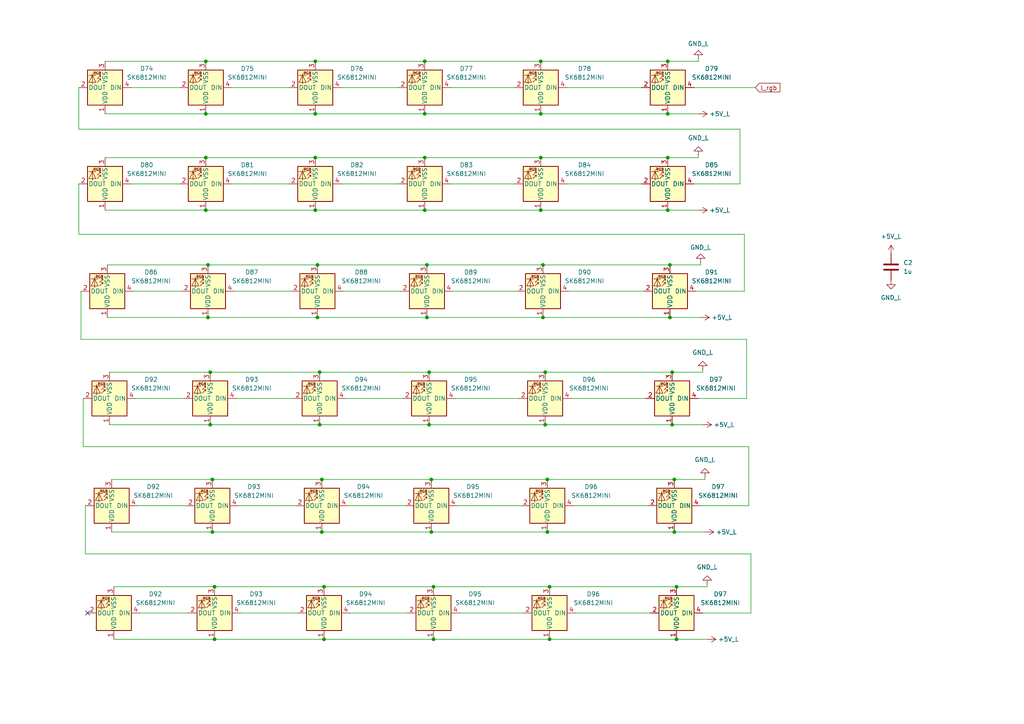
<source format=kicad_sch>
(kicad_sch (version 20230121) (generator eeschema)
  (paper "A4")
  (lib_symbols
    (symbol "Aidans-Custom-Lib:+5V_L" (power) (pin_names (offset 0))
      (property "Value" "+5V_L" (at 0 3.556 0))
      (symbol "+5V_L_0_1"
        (polyline (pts (xy -0.762 1.27) (xy 0 2.54)))
        (polyline (pts (xy 0 0) (xy 0 2.54)))
        (polyline (pts (xy 0 2.54) (xy 0.762 1.27)))
      )
      (symbol "+5V_L_1_1"
        (pin power_in line (at 0 0 90) (length 0) hide (name "+5V_L") (number "1"))
      )
    )
    (symbol "Aidans-Custom-Lib:GND_L" (power) (pin_names (offset 0))
      (property "Value" "GND_L" (at 0 -3.81 0))
      (symbol "GND_L_0_1"
        (polyline (pts (xy 0 0) (xy 0 -1.27) (xy 1.27 -1.27) (xy 0 -2.54) (xy -1.27 -1.27) (xy 0 -1.27)))
      )
      (symbol "GND_L_1_1"
        (pin power_in line (at 0 0 270) (length 0) hide (name "GND_L") (number "1"))
      )
    )
    (symbol "Aidans-Custom-Lib:SK6812MINI_FIXED" (pin_names (offset 0.254))
      (property "Reference" "D" (at 5.08 5.715 0))
      (property "Value" "SK6812MINI_FIXED" (at 1.27 -5.715 0))
      (symbol "SK6812MINI_FIXED_0_0"
        (text "RGB" (at 2.286 -4.191 0) (effects (font (size 0.762 0.762))))
      )
      (symbol "SK6812MINI_FIXED_0_1"
        (polyline (pts (xy 1.27 -3.556) (xy 1.778 -3.556)))
        (polyline (pts (xy 1.27 -2.54) (xy 1.778 -2.54)))
        (polyline (pts (xy 4.699 -3.556) (xy 2.667 -3.556)))
        (polyline (pts (xy 2.286 -2.54) (xy 1.27 -3.556) (xy 1.27 -3.048)))
        (polyline (pts (xy 2.286 -1.524) (xy 1.27 -2.54) (xy 1.27 -2.032)))
        (polyline (pts (xy 3.683 -1.016) (xy 3.683 -3.556) (xy 3.683 -4.064)))
        (polyline (pts (xy 4.699 -1.524) (xy 2.667 -1.524) (xy 3.683 -3.556) (xy 4.699 -1.524)))
        (rectangle (start 5.08 5.08) (end -5.08 -5.08) (stroke (width 0.254)) (fill (type background)))
      )
      (symbol "SK6812MINI_FIXED_1_1"
        (pin power_in line (at 0 7.62 270) (length 2.54) (name "VDD") (number "1"))
        (pin output line (at 7.62 0 180) (length 2.54) (name "DOUT") (number "2"))
        (pin power_in line (at 0 -7.62 90) (length 2.54) (name "VSS") (number "3"))
        (pin input line (at -7.62 0 0) (length 2.54) (name "DIN") (number "4"))
      )
    )
    (symbol "Device:C" (pin_numbers hide) (pin_names (offset 0.254))
      (property "Reference" "C" (at 0.635 2.54 0))
      (property "Value" "C" (at 0.635 -2.54 0))
      (symbol "C_0_1"
        (polyline (pts (xy -2.032 -0.762) (xy 2.032 -0.762)) (stroke (width 0.508)))
        (polyline (pts (xy -2.032 0.762) (xy 2.032 0.762)) (stroke (width 0.508)))
      )
      (symbol "C_1_1"
        (pin passive line (at 0 3.81 270) (length 2.794) (name "~") (number "1"))
        (pin passive line (at 0 -3.81 90) (length 2.794) (name "~") (number "2"))
      )
    )
  )
  (junction (at 60.325 92.075))
  (junction (at 59.69 17.78))
  (junction (at 194.31 92.075))
  (junction (at 193.675 33.02))
  (junction (at 157.48 76.835))
  (junction (at 93.98 185.42))
  (junction (at 92.075 92.075))
  (junction (at 195.58 139.065))
  (junction (at 158.75 139.065))
  (junction (at 92.075 76.835))
  (junction (at 194.31 76.835))
  (junction (at 158.75 154.305))
  (junction (at 123.19 17.78))
  (junction (at 196.215 170.18))
  (junction (at 62.23 185.42))
  (junction (at 123.19 45.72))
  (junction (at 156.845 60.96))
  (junction (at 91.44 45.72))
  (junction (at 123.825 76.835))
  (junction (at 59.69 45.72))
  (junction (at 123.19 60.96))
  (junction (at 91.44 60.96))
  (junction (at 61.595 139.065))
  (junction (at 194.945 123.19))
  (junction (at 125.095 139.065))
  (junction (at 60.96 107.95))
  (junction (at 156.845 33.02))
  (junction (at 92.71 107.95))
  (junction (at 159.385 185.42))
  (junction (at 196.215 185.42))
  (junction (at 125.73 185.42))
  (junction (at 93.345 154.305))
  (junction (at 92.71 123.19))
  (junction (at 60.325 76.835))
  (junction (at 193.675 17.78))
  (junction (at 59.69 33.02))
  (junction (at 91.44 33.02))
  (junction (at 60.96 123.19))
  (junction (at 62.23 170.18))
  (junction (at 123.19 33.02))
  (junction (at 91.44 17.78))
  (junction (at 193.675 45.72))
  (junction (at 158.115 123.19))
  (junction (at 158.115 107.95))
  (junction (at 194.945 107.95))
  (junction (at 156.845 17.78))
  (junction (at 125.73 170.18))
  (junction (at 93.98 170.18))
  (junction (at 125.095 154.305))
  (junction (at 93.345 139.065))
  (junction (at 193.675 60.96))
  (junction (at 159.385 170.18))
  (junction (at 124.46 123.19))
  (junction (at 195.58 154.305))
  (junction (at 157.48 92.075))
  (junction (at 124.46 107.95))
  (junction (at 59.69 60.96))
  (junction (at 123.825 92.075))
  (junction (at 61.595 154.305))
  (junction (at 156.845 45.72))
  (no_connect (at 25.4 177.8))
  (wire (pts (xy 32.385 154.305) (xy 61.595 154.305)))
  (wire (pts (xy 30.48 33.02) (xy 59.69 33.02)))
  (wire (pts (xy 202.565 45.085) (xy 202.565 45.72)))
  (wire (pts (xy 93.98 170.18) (xy 125.73 170.18)))
  (wire (pts (xy 157.48 92.075) (xy 194.31 92.075)))
  (wire (pts (xy 101.6 177.8) (xy 118.11 177.8)))
  (wire (pts (xy 60.325 76.835) (xy 92.075 76.835)))
  (wire (pts (xy 194.945 123.19) (xy 203.835 123.19)))
  (wire (pts (xy 30.48 45.72) (xy 59.69 45.72)))
  (wire (pts (xy 23.495 84.455) (xy 23.495 98.425)))
  (wire (pts (xy 38.735 84.455) (xy 52.705 84.455)))
  (wire (pts (xy 215.9 84.455) (xy 201.93 84.455)))
  (wire (pts (xy 24.13 115.57) (xy 24.13 129.54)))
  (wire (pts (xy 123.825 76.835) (xy 157.48 76.835)))
  (wire (pts (xy 202.565 17.145) (xy 202.565 17.78)))
  (wire (pts (xy 99.06 25.4) (xy 115.57 25.4)))
  (wire (pts (xy 214.63 37.465) (xy 214.63 53.34)))
  (wire (pts (xy 67.31 53.34) (xy 83.82 53.34)))
  (wire (pts (xy 92.71 107.95) (xy 124.46 107.95)))
  (wire (pts (xy 31.115 92.075) (xy 60.325 92.075)))
  (wire (pts (xy 193.675 60.96) (xy 202.565 60.96)))
  (wire (pts (xy 194.31 92.075) (xy 203.2 92.075)))
  (wire (pts (xy 167.005 177.8) (xy 188.595 177.8)))
  (wire (pts (xy 194.945 107.95) (xy 203.835 107.95)))
  (wire (pts (xy 123.19 60.96) (xy 156.845 60.96)))
  (wire (pts (xy 91.44 33.02) (xy 123.19 33.02)))
  (wire (pts (xy 24.765 160.655) (xy 217.805 160.655)))
  (wire (pts (xy 100.965 146.685) (xy 117.475 146.685)))
  (wire (pts (xy 195.58 154.305) (xy 204.47 154.305)))
  (wire (pts (xy 132.08 115.57) (xy 150.495 115.57)))
  (wire (pts (xy 31.75 123.19) (xy 60.96 123.19)))
  (wire (pts (xy 193.675 33.02) (xy 202.565 33.02)))
  (wire (pts (xy 123.825 92.075) (xy 157.48 92.075)))
  (wire (pts (xy 123.19 45.72) (xy 156.845 45.72)))
  (wire (pts (xy 69.215 146.685) (xy 85.725 146.685)))
  (wire (pts (xy 60.325 92.075) (xy 92.075 92.075)))
  (wire (pts (xy 40.64 177.8) (xy 54.61 177.8)))
  (wire (pts (xy 215.9 67.945) (xy 215.9 84.455)))
  (wire (pts (xy 158.75 139.065) (xy 195.58 139.065)))
  (wire (pts (xy 203.2 76.2) (xy 203.2 76.835)))
  (wire (pts (xy 216.535 98.425) (xy 216.535 115.57)))
  (wire (pts (xy 91.44 60.96) (xy 123.19 60.96)))
  (wire (pts (xy 193.675 17.78) (xy 202.565 17.78)))
  (wire (pts (xy 39.37 115.57) (xy 53.34 115.57)))
  (wire (pts (xy 156.845 33.02) (xy 193.675 33.02)))
  (wire (pts (xy 68.58 115.57) (xy 85.09 115.57)))
  (wire (pts (xy 165.1 84.455) (xy 186.69 84.455)))
  (wire (pts (xy 69.85 177.8) (xy 86.36 177.8)))
  (wire (pts (xy 22.86 25.4) (xy 22.86 37.465)))
  (wire (pts (xy 214.63 53.34) (xy 201.295 53.34)))
  (wire (pts (xy 124.46 123.19) (xy 158.115 123.19)))
  (wire (pts (xy 40.005 146.685) (xy 53.975 146.685)))
  (wire (pts (xy 38.1 53.34) (xy 52.07 53.34)))
  (wire (pts (xy 62.23 185.42) (xy 93.98 185.42)))
  (wire (pts (xy 156.845 60.96) (xy 193.675 60.96)))
  (wire (pts (xy 133.35 177.8) (xy 151.765 177.8)))
  (wire (pts (xy 100.33 115.57) (xy 116.84 115.57)))
  (wire (pts (xy 159.385 170.18) (xy 196.215 170.18)))
  (wire (pts (xy 156.845 45.72) (xy 193.675 45.72)))
  (wire (pts (xy 32.385 139.065) (xy 61.595 139.065)))
  (wire (pts (xy 164.465 25.4) (xy 186.055 25.4)))
  (wire (pts (xy 61.595 139.065) (xy 93.345 139.065)))
  (wire (pts (xy 31.115 76.835) (xy 60.325 76.835)))
  (wire (pts (xy 157.48 76.835) (xy 194.31 76.835)))
  (wire (pts (xy 124.46 107.95) (xy 158.115 107.95)))
  (wire (pts (xy 93.98 185.42) (xy 125.73 185.42)))
  (wire (pts (xy 59.69 60.96) (xy 91.44 60.96)))
  (wire (pts (xy 196.215 185.42) (xy 205.105 185.42)))
  (wire (pts (xy 93.345 154.305) (xy 125.095 154.305)))
  (wire (pts (xy 92.075 92.075) (xy 123.825 92.075)))
  (wire (pts (xy 158.115 123.19) (xy 194.945 123.19)))
  (wire (pts (xy 24.765 146.685) (xy 24.765 160.655)))
  (wire (pts (xy 217.17 129.54) (xy 217.17 146.685)))
  (wire (pts (xy 203.835 107.315) (xy 203.835 107.95)))
  (wire (pts (xy 125.73 170.18) (xy 159.385 170.18)))
  (wire (pts (xy 91.44 17.78) (xy 123.19 17.78)))
  (wire (pts (xy 33.02 185.42) (xy 62.23 185.42)))
  (wire (pts (xy 61.595 154.305) (xy 93.345 154.305)))
  (wire (pts (xy 205.105 169.545) (xy 205.105 170.18)))
  (wire (pts (xy 93.345 139.065) (xy 125.095 139.065)))
  (wire (pts (xy 38.1 25.4) (xy 52.07 25.4)))
  (wire (pts (xy 130.81 53.34) (xy 149.225 53.34)))
  (wire (pts (xy 24.13 129.54) (xy 217.17 129.54)))
  (wire (pts (xy 194.31 76.835) (xy 203.2 76.835)))
  (wire (pts (xy 22.86 53.34) (xy 22.86 67.945)))
  (wire (pts (xy 164.465 53.34) (xy 186.055 53.34)))
  (wire (pts (xy 123.19 33.02) (xy 156.845 33.02)))
  (wire (pts (xy 159.385 185.42) (xy 196.215 185.42)))
  (wire (pts (xy 67.945 84.455) (xy 84.455 84.455)))
  (wire (pts (xy 33.02 170.18) (xy 62.23 170.18)))
  (wire (pts (xy 59.69 17.78) (xy 91.44 17.78)))
  (wire (pts (xy 59.69 45.72) (xy 91.44 45.72)))
  (wire (pts (xy 62.23 170.18) (xy 93.98 170.18)))
  (wire (pts (xy 204.47 138.43) (xy 204.47 139.065)))
  (wire (pts (xy 22.86 67.945) (xy 215.9 67.945)))
  (wire (pts (xy 91.44 45.72) (xy 123.19 45.72)))
  (wire (pts (xy 92.075 76.835) (xy 123.825 76.835)))
  (wire (pts (xy 30.48 17.78) (xy 59.69 17.78)))
  (wire (pts (xy 158.115 107.95) (xy 194.945 107.95)))
  (wire (pts (xy 193.675 45.72) (xy 202.565 45.72)))
  (wire (pts (xy 125.095 139.065) (xy 158.75 139.065)))
  (wire (pts (xy 30.48 60.96) (xy 59.69 60.96)))
  (wire (pts (xy 156.845 17.78) (xy 193.675 17.78)))
  (wire (pts (xy 125.095 154.305) (xy 158.75 154.305)))
  (wire (pts (xy 195.58 139.065) (xy 204.47 139.065)))
  (wire (pts (xy 99.695 84.455) (xy 116.205 84.455)))
  (wire (pts (xy 60.96 107.95) (xy 92.71 107.95)))
  (wire (pts (xy 125.73 185.42) (xy 159.385 185.42)))
  (wire (pts (xy 123.19 17.78) (xy 156.845 17.78)))
  (wire (pts (xy 217.805 160.655) (xy 217.805 177.8)))
  (wire (pts (xy 166.37 146.685) (xy 187.96 146.685)))
  (wire (pts (xy 23.495 98.425) (xy 216.535 98.425)))
  (wire (pts (xy 196.215 170.18) (xy 205.105 170.18)))
  (wire (pts (xy 31.75 107.95) (xy 60.96 107.95)))
  (wire (pts (xy 59.69 33.02) (xy 91.44 33.02)))
  (wire (pts (xy 92.71 123.19) (xy 124.46 123.19)))
  (wire (pts (xy 131.445 84.455) (xy 149.86 84.455)))
  (wire (pts (xy 67.31 25.4) (xy 83.82 25.4)))
  (wire (pts (xy 201.295 25.4) (xy 219.075 25.4)))
  (wire (pts (xy 217.17 146.685) (xy 203.2 146.685)))
  (wire (pts (xy 60.96 123.19) (xy 92.71 123.19)))
  (wire (pts (xy 99.06 53.34) (xy 115.57 53.34)))
  (wire (pts (xy 217.805 177.8) (xy 203.835 177.8)))
  (wire (pts (xy 216.535 115.57) (xy 202.565 115.57)))
  (wire (pts (xy 22.86 37.465) (xy 214.63 37.465)))
  (wire (pts (xy 165.735 115.57) (xy 187.325 115.57)))
  (wire (pts (xy 130.81 25.4) (xy 149.225 25.4)))
  (wire (pts (xy 158.75 154.305) (xy 195.58 154.305)))
  (wire (pts (xy 132.715 146.685) (xy 151.13 146.685)))
  (global_label "l_rgb" (shape input) (at 219.075 25.4 0) (property "Intersheetrefs" "${INTERSHEET_REFS}" (effects hide)))
  (symbol (lib_id "Device:C") (at 258.445 77.47 0) (unit 1)
    (property "Reference" "C2" (at 262.001 76.1999 0) (effects (justify left)))
    (property "Value" "1u" (at 262.001 78.7399 0) (effects (justify left)))
    (property "Footprint" "Capacitor_SMD:C_0603_1608Metric" (effects hide))
    (instances (project "Main PCB" (path "" (reference "C2") (unit 1))) (project "Sango" (path "" (reference "C4") (unit 1)) (path "" (reference "C4") (unit 1)) (path "" (reference "C29") (unit 1)) (path "" (reference "C30") (unit 1))))
  )
  (symbol (lib_id "Aidans-Custom-Lib:SK6812MINI_FIXED") (at 62.23 177.8 180) (unit 1)
    (property "Reference" "D93" (at 74.295 172.3039 0))
    (property "Value" "SK6812MINI" (at 74.295 174.8439 0))
    (property "Footprint" "Keebio:SK6812-MINI-E" (effects hide))
    (property "Datasheet" "https://cdn-shop.adafruit.com/product-files/2686/SK6812MINI_REV.01-1-2.pdf" (effects hide))
    (instances (project "Sango" (path "" (reference "D93") (unit 1)) (path "" (reference "D142") (unit 1))))
  )
  (symbol (lib_id "Aidans-Custom-Lib:SK6812MINI_FIXED") (at 123.19 53.34 180) (unit 1)
    (property "Reference" "D83" (at 135.255 47.8439 0))
    (property "Value" "SK6812MINI" (at 135.255 50.3839 0))
    (property "Footprint" "Keebio:SK6812-MINI-E" (effects hide))
    (property "Datasheet" "https://cdn-shop.adafruit.com/product-files/2686/SK6812MINI_REV.01-1-2.pdf" (effects hide))
    (instances (project "Sango" (path "" (reference "D83") (unit 1)) (path "" (reference "D111") (unit 1))))
  )
  (symbol (lib_id "Aidans-Custom-Lib:SK6812MINI_FIXED") (at 193.675 53.34 180) (unit 1)
    (property "Reference" "D85" (at 206.375 47.8439 0))
    (property "Value" "SK6812MINI" (at 206.375 50.3839 0))
    (property "Footprint" "Keebio:SK6812-MINI-E" (effects hide))
    (property "Datasheet" "https://cdn-shop.adafruit.com/product-files/2686/SK6812MINI_REV.01-1-2.pdf" (effects hide))
    (instances (project "Sango" (path "" (reference "D85") (unit 1)) (path "" (reference "D119") (unit 1))))
  )
  (symbol (lib_id "Aidans-Custom-Lib:SK6812MINI_FIXED") (at 30.48 53.34 180) (unit 1)
    (property "Reference" "D80" (at 42.545 47.8439 0))
    (property "Value" "SK6812MINI" (at 42.545 50.3839 0))
    (property "Footprint" "Keebio:SK6812-MINI-E" (effects hide))
    (property "Datasheet" "https://cdn-shop.adafruit.com/product-files/2686/SK6812MINI_REV.01-1-2.pdf" (effects hide))
    (instances (project "Sango" (path "" (reference "D80") (unit 1)) (path "" (reference "D99") (unit 1))))
  )
  (symbol (lib_id "Aidans-Custom-Lib:SK6812MINI_FIXED") (at 31.75 115.57 180) (unit 1)
    (property "Reference" "D92" (at 43.815 110.0739 0))
    (property "Value" "SK6812MINI" (at 43.815 112.6139 0))
    (property "Footprint" "Keebio:SK6812-MINI-E" (effects hide))
    (property "Datasheet" "https://cdn-shop.adafruit.com/product-files/2686/SK6812MINI_REV.01-1-2.pdf" (effects hide))
    (instances (project "Sango" (path "" (reference "D92") (unit 1)) (path "" (reference "D101") (unit 1))))
  )
  (symbol (lib_id "Aidans-Custom-Lib:SK6812MINI_FIXED") (at 158.75 146.685 180) (unit 1)
    (property "Reference" "D96" (at 171.45 141.1889 0))
    (property "Value" "SK6812MINI" (at 171.45 143.7289 0))
    (property "Footprint" "Keebio:SK6812-MINI-E" (effects hide))
    (property "Datasheet" "https://cdn-shop.adafruit.com/product-files/2686/SK6812MINI_REV.01-1-2.pdf" (effects hide))
    (instances (project "Sango" (path "" (reference "D96") (unit 1)) (path "" (reference "D139") (unit 1))))
  )
  (symbol (lib_id "Aidans-Custom-Lib:SK6812MINI_FIXED") (at 32.385 146.685 180) (unit 1)
    (property "Reference" "D92" (at 44.45 141.1889 0))
    (property "Value" "SK6812MINI" (at 44.45 143.7289 0))
    (property "Footprint" "Keebio:SK6812-MINI-E" (effects hide))
    (property "Datasheet" "https://cdn-shop.adafruit.com/product-files/2686/SK6812MINI_REV.01-1-2.pdf" (effects hide))
    (instances (project "Sango" (path "" (reference "D92") (unit 1)) (path "" (reference "D135") (unit 1))))
  )
  (symbol (lib_id "Aidans-Custom-Lib:SK6812MINI_FIXED") (at 194.31 84.455 180) (unit 1)
    (property "Reference" "D91" (at 206.375 78.9589 0))
    (property "Value" "SK6812MINI" (at 206.375 81.4989 0))
    (property "Footprint" "Keebio:SK6812-MINI-E" (effects hide))
    (property "Datasheet" "https://cdn-shop.adafruit.com/product-files/2686/SK6812MINI_REV.01-1-2.pdf" (effects hide))
    (instances (project "Sango" (path "" (reference "D91") (unit 1)) (path "" (reference "D120") (unit 1))))
  )
  (symbol (lib_id "Aidans-Custom-Lib:+5V_L") (at 203.835 123.19 270) (unit 1)
    (property "Reference" "#PWR075" (effects hide))
    (property "Value" "+5V_L" (at 207.01 123.19 90) (effects (justify left)))
    (instances (project "Sango" (path "" (reference "#PWR075") (unit 1)) (path "" (reference "#PWR064") (unit 1))))
  )
  (symbol (lib_id "Aidans-Custom-Lib:+5V_L") (at 202.565 33.02 270) (unit 1)
    (property "Reference" "#PWR075" (effects hide))
    (property "Value" "+5V_L" (at 205.74 33.02 90) (effects (justify left)))
    (instances (project "Sango" (path "" (reference "#PWR075") (unit 1)) (path "" (reference "#PWR058") (unit 1))))
  )
  (symbol (lib_id "Aidans-Custom-Lib:SK6812MINI_FIXED") (at 194.945 115.57 180) (unit 1)
    (property "Reference" "D97" (at 207.645 110.0739 0))
    (property "Value" "SK6812MINI" (at 207.645 112.6139 0))
    (property "Footprint" "Keebio:SK6812-MINI-E" (effects hide))
    (property "Datasheet" "https://cdn-shop.adafruit.com/product-files/2686/SK6812MINI_REV.01-1-2.pdf" (effects hide))
    (instances (project "Sango" (path "" (reference "D97") (unit 1)) (path "" (reference "D121") (unit 1))))
  )
  (symbol (lib_id "Aidans-Custom-Lib:SK6812MINI_FIXED") (at 157.48 84.455 180) (unit 1)
    (property "Reference" "D90" (at 169.545 78.9589 0))
    (property "Value" "SK6812MINI" (at 169.545 81.4989 0))
    (property "Footprint" "Keebio:SK6812-MINI-E" (effects hide))
    (property "Datasheet" "https://cdn-shop.adafruit.com/product-files/2686/SK6812MINI_REV.01-1-2.pdf" (effects hide))
    (instances (project "Sango" (path "" (reference "D90") (unit 1)) (path "" (reference "D116") (unit 1))))
  )
  (symbol (lib_id "Aidans-Custom-Lib:+5V_L") (at 202.565 60.96 270) (unit 1)
    (property "Reference" "#PWR075" (effects hide))
    (property "Value" "+5V_L" (at 205.74 60.96 90) (effects (justify left)))
    (instances (project "Sango" (path "" (reference "#PWR075") (unit 1)) (path "" (reference "#PWR060") (unit 1))))
  )
  (symbol (lib_id "Aidans-Custom-Lib:+5V_L") (at 204.47 154.305 270) (unit 1)
    (property "Reference" "#PWR075" (effects hide))
    (property "Value" "+5V_L" (at 207.645 154.305 90) (effects (justify left)))
    (instances (project "Sango" (path "" (reference "#PWR075") (unit 1)) (path "" (reference "#PWR084") (unit 1))))
  )
  (symbol (lib_id "Aidans-Custom-Lib:GND_L") (at 203.835 107.315 180) (unit 1)
    (property "Reference" "#PWR079" (effects hide))
    (property "Value" "GND_L" (at 203.835 102.235 0))
    (instances (project "Sango" (path "" (reference "#PWR079") (unit 1)) (path "" (reference "#PWR063") (unit 1))))
  )
  (symbol (lib_id "Aidans-Custom-Lib:SK6812MINI_FIXED") (at 59.69 25.4 180) (unit 1)
    (property "Reference" "D75" (at 71.755 19.9039 0))
    (property "Value" "SK6812MINI" (at 71.755 22.4439 0))
    (property "Footprint" "Keebio:SK6812-MINI-E" (effects hide))
    (property "Datasheet" "https://cdn-shop.adafruit.com/product-files/2686/SK6812MINI_REV.01-1-2.pdf" (effects hide))
    (instances (project "Sango" (path "" (reference "D75") (unit 1)) (path "" (reference "D102") (unit 1))))
  )
  (symbol (lib_id "Aidans-Custom-Lib:SK6812MINI_FIXED") (at 123.19 25.4 180) (unit 1)
    (property "Reference" "D77" (at 135.255 19.9039 0))
    (property "Value" "SK6812MINI" (at 135.255 22.4439 0))
    (property "Footprint" "Keebio:SK6812-MINI-E" (effects hide))
    (property "Datasheet" "https://cdn-shop.adafruit.com/product-files/2686/SK6812MINI_REV.01-1-2.pdf" (effects hide))
    (instances (project "Sango" (path "" (reference "D77") (unit 1)) (path "" (reference "D110") (unit 1))))
  )
  (symbol (lib_id "Aidans-Custom-Lib:GND_L") (at 203.2 76.2 180) (unit 1)
    (property "Reference" "#PWR079" (effects hide))
    (property "Value" "GND_L" (at 203.2 71.755 0))
    (instances (project "Sango" (path "" (reference "#PWR079") (unit 1)) (path "" (reference "#PWR061") (unit 1))))
  )
  (symbol (lib_id "Aidans-Custom-Lib:GND_L") (at 205.105 169.545 180) (unit 1)
    (property "Reference" "#PWR079" (effects hide))
    (property "Value" "GND_L" (at 205.105 164.465 0))
    (instances (project "Sango" (path "" (reference "#PWR079") (unit 1)) (path "" (reference "#PWR085") (unit 1))))
  )
  (symbol (lib_id "Aidans-Custom-Lib:SK6812MINI_FIXED") (at 196.215 177.8 180) (unit 1)
    (property "Reference" "D97" (at 208.915 172.3039 0))
    (property "Value" "SK6812MINI" (at 208.915 174.8439 0))
    (property "Footprint" "Keebio:SK6812-MINI-E" (effects hide))
    (property "Datasheet" "https://cdn-shop.adafruit.com/product-files/2686/SK6812MINI_REV.01-1-2.pdf" (effects hide))
    (instances (project "Sango" (path "" (reference "D97") (unit 1)) (path "" (reference "D146") (unit 1))))
  )
  (symbol (lib_id "Aidans-Custom-Lib:SK6812MINI_FIXED") (at 33.02 177.8 180) (unit 1)
    (property "Reference" "D92" (at 45.085 172.3039 0))
    (property "Value" "SK6812MINI" (at 45.085 174.8439 0))
    (property "Footprint" "Keebio:SK6812-MINI-E" (effects hide))
    (property "Datasheet" "https://cdn-shop.adafruit.com/product-files/2686/SK6812MINI_REV.01-1-2.pdf" (effects hide))
    (instances (project "Sango" (path "" (reference "D92") (unit 1)) (path "" (reference "D141") (unit 1))))
  )
  (symbol (lib_id "Aidans-Custom-Lib:SK6812MINI_FIXED") (at 59.69 53.34 180) (unit 1)
    (property "Reference" "D81" (at 71.755 47.8439 0))
    (property "Value" "SK6812MINI" (at 71.755 50.3839 0))
    (property "Footprint" "Keebio:SK6812-MINI-E" (effects hide))
    (property "Datasheet" "https://cdn-shop.adafruit.com/product-files/2686/SK6812MINI_REV.01-1-2.pdf" (effects hide))
    (instances (project "Sango" (path "" (reference "D81") (unit 1)) (path "" (reference "D103") (unit 1))))
  )
  (symbol (lib_id "Aidans-Custom-Lib:SK6812MINI_FIXED") (at 159.385 177.8 180) (unit 1)
    (property "Reference" "D96" (at 172.085 172.3039 0))
    (property "Value" "SK6812MINI" (at 172.085 174.8439 0))
    (property "Footprint" "Keebio:SK6812-MINI-E" (effects hide))
    (property "Datasheet" "https://cdn-shop.adafruit.com/product-files/2686/SK6812MINI_REV.01-1-2.pdf" (effects hide))
    (instances (project "Sango" (path "" (reference "D96") (unit 1)) (path "" (reference "D145") (unit 1))))
  )
  (symbol (lib_id "Aidans-Custom-Lib:SK6812MINI_FIXED") (at 156.845 25.4 180) (unit 1)
    (property "Reference" "D78" (at 169.545 19.9039 0))
    (property "Value" "SK6812MINI" (at 169.545 22.4439 0))
    (property "Footprint" "Keebio:SK6812-MINI-E" (effects hide))
    (property "Datasheet" "https://cdn-shop.adafruit.com/product-files/2686/SK6812MINI_REV.01-1-2.pdf" (effects hide))
    (instances (project "Sango" (path "" (reference "D78") (unit 1)) (path "" (reference "D114") (unit 1))))
  )
  (symbol (lib_id "Aidans-Custom-Lib:GND_L") (at 202.565 17.145 180) (unit 1)
    (property "Reference" "#PWR079" (effects hide))
    (property "Value" "GND_L" (at 202.565 12.7 0))
    (instances (project "Sango" (path "" (reference "#PWR079") (unit 1)) (path "" (reference "#PWR057") (unit 1))))
  )
  (symbol (lib_id "Aidans-Custom-Lib:+5V_L") (at 203.2 92.075 270) (unit 1)
    (property "Reference" "#PWR075" (effects hide))
    (property "Value" "+5V_L" (at 206.375 92.075 90) (effects (justify left)))
    (instances (project "Sango" (path "" (reference "#PWR075") (unit 1)) (path "" (reference "#PWR062") (unit 1))))
  )
  (symbol (lib_id "Aidans-Custom-Lib:SK6812MINI_FIXED") (at 193.675 25.4 180) (unit 1)
    (property "Reference" "D79" (at 206.375 19.9039 0))
    (property "Value" "SK6812MINI" (at 206.375 22.4439 0))
    (property "Footprint" "Keebio:SK6812-MINI-E" (effects hide))
    (property "Datasheet" "https://cdn-shop.adafruit.com/product-files/2686/SK6812MINI_REV.01-1-2.pdf" (effects hide))
    (instances (project "Sango" (path "" (reference "D79") (unit 1)) (path "" (reference "D118") (unit 1))))
  )
  (symbol (lib_id "Aidans-Custom-Lib:SK6812MINI_FIXED") (at 91.44 53.34 180) (unit 1)
    (property "Reference" "D82" (at 103.505 47.8439 0))
    (property "Value" "SK6812MINI" (at 103.505 50.3839 0))
    (property "Footprint" "Keebio:SK6812-MINI-E" (effects hide))
    (property "Datasheet" "https://cdn-shop.adafruit.com/product-files/2686/SK6812MINI_REV.01-1-2.pdf" (effects hide))
    (instances (project "Sango" (path "" (reference "D82") (unit 1)) (path "" (reference "D107") (unit 1))))
  )
  (symbol (lib_id "Aidans-Custom-Lib:+5V_L") (at 205.105 185.42 270) (unit 1)
    (property "Reference" "#PWR075" (effects hide))
    (property "Value" "+5V_L" (at 208.28 185.42 90) (effects (justify left)))
    (instances (project "Sango" (path "" (reference "#PWR075") (unit 1)) (path "" (reference "#PWR086") (unit 1))))
  )
  (symbol (lib_id "Aidans-Custom-Lib:SK6812MINI_FIXED") (at 123.825 84.455 180) (unit 1)
    (property "Reference" "D89" (at 136.525 78.9589 0))
    (property "Value" "SK6812MINI" (at 136.525 81.4989 0))
    (property "Footprint" "Keebio:SK6812-MINI-E" (effects hide))
    (property "Datasheet" "https://cdn-shop.adafruit.com/product-files/2686/SK6812MINI_REV.01-1-2.pdf" (effects hide))
    (instances (project "Sango" (path "" (reference "D89") (unit 1)) (path "" (reference "D112") (unit 1))))
  )
  (symbol (lib_id "Aidans-Custom-Lib:SK6812MINI_FIXED") (at 91.44 25.4 180) (unit 1)
    (property "Reference" "D76" (at 103.505 19.9039 0))
    (property "Value" "SK6812MINI" (at 103.505 22.4439 0))
    (property "Footprint" "Keebio:SK6812-MINI-E" (effects hide))
    (property "Datasheet" "https://cdn-shop.adafruit.com/product-files/2686/SK6812MINI_REV.01-1-2.pdf" (effects hide))
    (instances (project "Sango" (path "" (reference "D76") (unit 1)) (path "" (reference "D106") (unit 1))))
  )
  (symbol (lib_id "Aidans-Custom-Lib:SK6812MINI_FIXED") (at 92.71 115.57 180) (unit 1)
    (property "Reference" "D94" (at 104.775 110.0739 0))
    (property "Value" "SK6812MINI" (at 104.775 112.6139 0))
    (property "Footprint" "Keebio:SK6812-MINI-E" (effects hide))
    (property "Datasheet" "https://cdn-shop.adafruit.com/product-files/2686/SK6812MINI_REV.01-1-2.pdf" (effects hide))
    (instances (project "Sango" (path "" (reference "D94") (unit 1)) (path "" (reference "D109") (unit 1))))
  )
  (symbol (lib_id "Aidans-Custom-Lib:SK6812MINI_FIXED") (at 61.595 146.685 180) (unit 1)
    (property "Reference" "D93" (at 73.66 141.1889 0))
    (property "Value" "SK6812MINI" (at 73.66 143.7289 0))
    (property "Footprint" "Keebio:SK6812-MINI-E" (effects hide))
    (property "Datasheet" "https://cdn-shop.adafruit.com/product-files/2686/SK6812MINI_REV.01-1-2.pdf" (effects hide))
    (instances (project "Sango" (path "" (reference "D93") (unit 1)) (path "" (reference "D136") (unit 1))))
  )
  (symbol (lib_id "Aidans-Custom-Lib:SK6812MINI_FIXED") (at 125.095 146.685 180) (unit 1)
    (property "Reference" "D95" (at 137.16 141.1889 0))
    (property "Value" "SK6812MINI" (at 137.16 143.7289 0))
    (property "Footprint" "Keebio:SK6812-MINI-E" (effects hide))
    (property "Datasheet" "https://cdn-shop.adafruit.com/product-files/2686/SK6812MINI_REV.01-1-2.pdf" (effects hide))
    (instances (project "Sango" (path "" (reference "D95") (unit 1)) (path "" (reference "D138") (unit 1))))
  )
  (symbol (lib_id "Aidans-Custom-Lib:SK6812MINI_FIXED") (at 195.58 146.685 180) (unit 1)
    (property "Reference" "D97" (at 208.28 141.1889 0))
    (property "Value" "SK6812MINI" (at 208.28 143.7289 0))
    (property "Footprint" "Keebio:SK6812-MINI-E" (effects hide))
    (property "Datasheet" "https://cdn-shop.adafruit.com/product-files/2686/SK6812MINI_REV.01-1-2.pdf" (effects hide))
    (instances (project "Sango" (path "" (reference "D97") (unit 1)) (path "" (reference "D140") (unit 1))))
  )
  (symbol (lib_id "Aidans-Custom-Lib:GND_L") (at 258.445 81.28 0) (unit 1)
    (property "Reference" "#PWR079" (effects hide))
    (property "Value" "GND_L" (at 258.445 86.36 0))
    (instances (project "Sango" (path "" (reference "#PWR079") (unit 1)) (path "" (reference "#PWR066") (unit 1))))
  )
  (symbol (lib_id "Aidans-Custom-Lib:SK6812MINI_FIXED") (at 124.46 115.57 180) (unit 1)
    (property "Reference" "D95" (at 136.525 110.0739 0))
    (property "Value" "SK6812MINI" (at 136.525 112.6139 0))
    (property "Footprint" "Keebio:SK6812-MINI-E" (effects hide))
    (property "Datasheet" "https://cdn-shop.adafruit.com/product-files/2686/SK6812MINI_REV.01-1-2.pdf" (effects hide))
    (instances (project "Sango" (path "" (reference "D95") (unit 1)) (path "" (reference "D113") (unit 1))))
  )
  (symbol (lib_id "Aidans-Custom-Lib:GND_L") (at 204.47 138.43 180) (unit 1)
    (property "Reference" "#PWR079" (effects hide))
    (property "Value" "GND_L" (at 204.47 133.35 0))
    (instances (project "Sango" (path "" (reference "#PWR079") (unit 1)) (path "" (reference "#PWR083") (unit 1))))
  )
  (symbol (lib_id "Aidans-Custom-Lib:SK6812MINI_FIXED") (at 125.73 177.8 180) (unit 1)
    (property "Reference" "D95" (at 137.795 172.3039 0))
    (property "Value" "SK6812MINI" (at 137.795 174.8439 0))
    (property "Footprint" "Keebio:SK6812-MINI-E" (effects hide))
    (property "Datasheet" "https://cdn-shop.adafruit.com/product-files/2686/SK6812MINI_REV.01-1-2.pdf" (effects hide))
    (instances (project "Sango" (path "" (reference "D95") (unit 1)) (path "" (reference "D144") (unit 1))))
  )
  (symbol (lib_id "Aidans-Custom-Lib:SK6812MINI_FIXED") (at 30.48 25.4 180) (unit 1)
    (property "Reference" "D74" (at 42.545 19.9039 0))
    (property "Value" "SK6812MINI" (at 42.545 22.4439 0))
    (property "Footprint" "Keebio:SK6812-MINI-E" (effects hide))
    (property "Datasheet" "https://cdn-shop.adafruit.com/product-files/2686/SK6812MINI_REV.01-1-2.pdf" (effects hide))
    (instances (project "Sango" (path "" (reference "D74") (unit 1)) (path "" (reference "D98") (unit 1))))
  )
  (symbol (lib_id "Aidans-Custom-Lib:SK6812MINI_FIXED") (at 93.98 177.8 180) (unit 1)
    (property "Reference" "D94" (at 106.045 172.3039 0))
    (property "Value" "SK6812MINI" (at 106.045 174.8439 0))
    (property "Footprint" "Keebio:SK6812-MINI-E" (effects hide))
    (property "Datasheet" "https://cdn-shop.adafruit.com/product-files/2686/SK6812MINI_REV.01-1-2.pdf" (effects hide))
    (instances (project "Sango" (path "" (reference "D94") (unit 1)) (path "" (reference "D143") (unit 1))))
  )
  (symbol (lib_id "Aidans-Custom-Lib:GND_L") (at 202.565 45.085 180) (unit 1)
    (property "Reference" "#PWR079" (effects hide))
    (property "Value" "GND_L" (at 202.565 40.005 0))
    (instances (project "Sango" (path "" (reference "#PWR079") (unit 1)) (path "" (reference "#PWR059") (unit 1))))
  )
  (symbol (lib_id "Aidans-Custom-Lib:+5V_L") (at 258.445 73.66 0) (unit 1)
    (property "Reference" "#PWR075" (effects hide))
    (property "Value" "+5V_L" (at 258.445 68.58 0))
    (instances (project "Sango" (path "" (reference "#PWR075") (unit 1)) (path "" (reference "#PWR032") (unit 1))))
  )
  (symbol (lib_id "Aidans-Custom-Lib:SK6812MINI_FIXED") (at 31.115 84.455 180) (unit 1)
    (property "Reference" "D86" (at 43.815 78.9589 0))
    (property "Value" "SK6812MINI" (at 43.815 81.4989 0))
    (property "Footprint" "Keebio:SK6812-MINI-E" (effects hide))
    (property "Datasheet" "https://cdn-shop.adafruit.com/product-files/2686/SK6812MINI_REV.01-1-2.pdf" (effects hide))
    (instances (project "Sango" (path "" (reference "D86") (unit 1)) (path "" (reference "D100") (unit 1))))
  )
  (symbol (lib_id "Aidans-Custom-Lib:SK6812MINI_FIXED") (at 60.325 84.455 180) (unit 1)
    (property "Reference" "D87" (at 73.025 78.9589 0))
    (property "Value" "SK6812MINI" (at 73.025 81.4989 0))
    (property "Footprint" "Keebio:SK6812-MINI-E" (effects hide))
    (property "Datasheet" "https://cdn-shop.adafruit.com/product-files/2686/SK6812MINI_REV.01-1-2.pdf" (effects hide))
    (instances (project "Sango" (path "" (reference "D87") (unit 1)) (path "" (reference "D104") (unit 1))))
  )
  (symbol (lib_id "Aidans-Custom-Lib:SK6812MINI_FIXED") (at 92.075 84.455 180) (unit 1)
    (property "Reference" "D88" (at 104.775 78.9589 0))
    (property "Value" "SK6812MINI" (at 104.775 81.4989 0))
    (property "Footprint" "Keebio:SK6812-MINI-E" (effects hide))
    (property "Datasheet" "https://cdn-shop.adafruit.com/product-files/2686/SK6812MINI_REV.01-1-2.pdf" (effects hide))
    (instances (project "Sango" (path "" (reference "D88") (unit 1)) (path "" (reference "D108") (unit 1))))
  )
  (symbol (lib_id "Aidans-Custom-Lib:SK6812MINI_FIXED") (at 158.115 115.57 180) (unit 1)
    (property "Reference" "D96" (at 170.815 110.0739 0))
    (property "Value" "SK6812MINI" (at 170.815 112.6139 0))
    (property "Footprint" "Keebio:SK6812-MINI-E" (effects hide))
    (property "Datasheet" "https://cdn-shop.adafruit.com/product-files/2686/SK6812MINI_REV.01-1-2.pdf" (effects hide))
    (instances (project "Sango" (path "" (reference "D96") (unit 1)) (path "" (reference "D117") (unit 1))))
  )
  (symbol (lib_id "Aidans-Custom-Lib:SK6812MINI_FIXED") (at 60.96 115.57 180) (unit 1)
    (property "Reference" "D93" (at 73.025 110.0739 0))
    (property "Value" "SK6812MINI" (at 73.025 112.6139 0))
    (property "Footprint" "Keebio:SK6812-MINI-E" (effects hide))
    (property "Datasheet" "https://cdn-shop.adafruit.com/product-files/2686/SK6812MINI_REV.01-1-2.pdf" (effects hide))
    (instances (project "Sango" (path "" (reference "D93") (unit 1)) (path "" (reference "D105") (unit 1))))
  )
  (symbol (lib_id "Aidans-Custom-Lib:SK6812MINI_FIXED") (at 156.845 53.34 180) (unit 1)
    (property "Reference" "D84" (at 169.545 47.8439 0))
    (property "Value" "SK6812MINI" (at 169.545 50.3839 0))
    (property "Footprint" "Keebio:SK6812-MINI-E" (effects hide))
    (property "Datasheet" "https://cdn-shop.adafruit.com/product-files/2686/SK6812MINI_REV.01-1-2.pdf" (effects hide))
    (instances (project "Sango" (path "" (reference "D84") (unit 1)) (path "" (reference "D115") (unit 1))))
  )
  (symbol (lib_id "Aidans-Custom-Lib:SK6812MINI_FIXED") (at 93.345 146.685 180) (unit 1)
    (property "Reference" "D94" (at 105.41 141.1889 0))
    (property "Value" "SK6812MINI" (at 105.41 143.7289 0))
    (property "Footprint" "Keebio:SK6812-MINI-E" (effects hide))
    (property "Datasheet" "https://cdn-shop.adafruit.com/product-files/2686/SK6812MINI_REV.01-1-2.pdf" (effects hide))
    (instances (project "Sango" (path "" (reference "D94") (unit 1)) (path "" (reference "D137") (unit 1))))
  )
)
</source>
